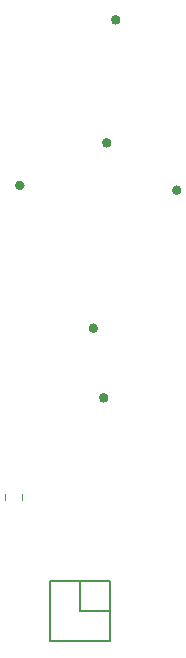
<source format=gbr>
G04 #@! TF.GenerationSoftware,KiCad,Pcbnew,5.1.4+dfsg1-1*
G04 #@! TF.CreationDate,2019-11-23T06:49:05-08:00*
G04 #@! TF.ProjectId,east-van-arrow,65617374-2d76-4616-9e2d-6172726f772e,rev?*
G04 #@! TF.SameCoordinates,Original*
G04 #@! TF.FileFunction,Legend,Bot*
G04 #@! TF.FilePolarity,Positive*
%FSLAX46Y46*%
G04 Gerber Fmt 4.6, Leading zero omitted, Abs format (unit mm)*
G04 Created by KiCad (PCBNEW 5.1.4+dfsg1-1) date 2019-11-23 06:49:05*
%MOMM*%
%LPD*%
G04 APERTURE LIST*
%ADD10C,0.120000*%
%ADD11C,0.400000*%
%ADD12C,0.200000*%
G04 APERTURE END LIST*
D10*
X122122000Y-100322748D02*
X122122000Y-100845252D01*
X120702000Y-100322748D02*
X120702000Y-100845252D01*
D11*
X129254000Y-92180000D02*
G75*
G03X129254000Y-92180000I-200000J0D01*
G01*
X122142000Y-74190000D02*
G75*
G03X122142000Y-74190000I-200000J0D01*
G01*
X128366846Y-86278846D02*
G75*
G03X128366846Y-86278846I-200000J0D01*
G01*
X129508000Y-70590000D02*
G75*
G03X129508000Y-70590000I-200000J0D01*
G01*
X130270000Y-60176000D02*
G75*
G03X130270000Y-60176000I-200000J0D01*
G01*
X135431154Y-74594846D02*
G75*
G03X135431154Y-74594846I-200000J0D01*
G01*
D12*
X127000000Y-110236000D02*
X127000000Y-107696000D01*
X129540000Y-110236000D02*
X127000000Y-110236000D01*
X129540000Y-107696000D02*
X124460000Y-107696000D01*
X129540000Y-112776000D02*
X124460000Y-112776000D01*
X129540000Y-112776000D02*
X129540000Y-107696000D01*
X124460000Y-112776000D02*
X124460000Y-107696000D01*
M02*

</source>
